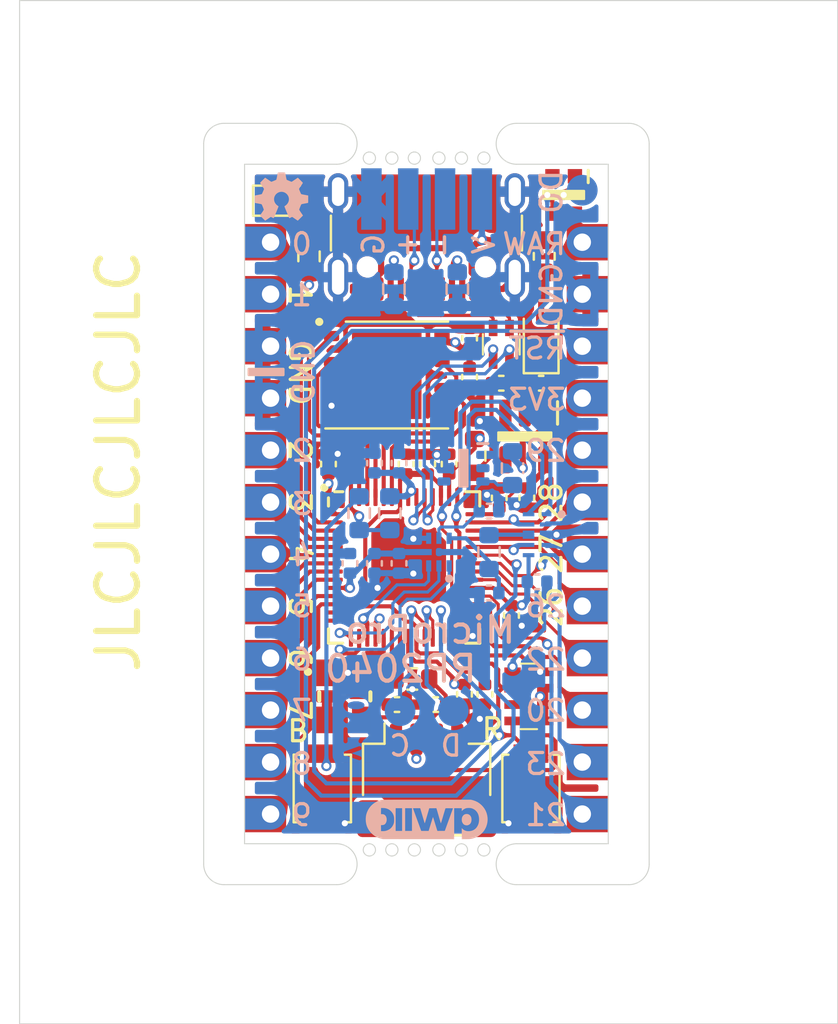
<source format=kicad_pcb>
(kicad_pcb (version 20240108) (generator "pcbnew") (generator_version "8.0")
  (title_block (date "2024-10-04") (rev "1.0"))
  (layers (0 "F.Cu" signal) (1 "In1.Cu" power) (2 "In2.Cu" power) (31 "B.Cu" signal) (34 "B.Paste" user) (35 "F.Paste" user) (36 "B.SilkS" user "B.Silkscreen") (37 "F.SilkS" user "F.Silkscreen") (38 "B.Mask" user) (39 "F.Mask" user) (44 "Edge.Cuts" user))
  (net 0 "")
  (net 1 "RAW")
  (net 2 "GND")
  (net 3 "+3V3")
  (net 4 "Net-(D1-A)")
  (net 5 "25{slash}WS2812-DI")
  (net 6 "VBUS")
  (net 7 "QSPI-CS")
  (net 8 "BOOT")
  (net 9 "~{RESET}")
  (net 10 "QSPI-0")
  (net 11 "QSPI-1")
  (net 12 "6")
  (net 13 "7")
  (net 14 "QSPI-CLK")
  (net 15 "5")
  (net 16 "QSPI-3")
  (net 17 "QSPI-2")
  (net 18 "2")
  (net 19 "4")
  (net 20 "3")
  (net 21 "Net-(D3-DOUT)")
  (net 24 "Net-(U1-XIN)")
  (net 25 "Net-(U1-XOUT)")
  (net 26 "28")
  (net 27 "29")
  (net 28 "26")
  (net 29 "27")
  (net 30 "+1V1")
  (net 31 "Net-(J1-CC1)")
  (net 32 "Net-(J1-CC2)")
  (net 33 "/usb-")
  (net 34 "20")
  (net 35 "23")
  (net 36 "0")
  (net 37 "21")
  (net 38 "22")
  (net 39 "8")
  (net 40 "9")
  (net 41 "1")
  (net 42 "Net-(U1-SWCLK)")
  (net 43 "/D-")
  (net 44 "/D+")
  (net 45 "Net-(C2-Pad2)")
  (net 46 "Net-(U1-SWD)")
  (net 47 "Net-(U1-ADC_AVDD)")
  (net 48 "Net-(U6-AVDD)")
  (net 49 "Ana")
  (net 50 "15{slash}MOSI")
  (net 51 "16")
  (net 52 "12{slash}MISO")
  (net 53 "14{slash}SCK")
  (net 54 "13{slash}CS")
  (net 55 "17")
  (net 60 "24{slash}EN")
  (net 61 "19{slash}A1")
  (net 63 "18{slash}A0")
  (net 64 "Net-(D2-A)")
  (net 65 "Net-(U5-D)")
  (net 66 "/usb+")
  (footprint "Capacitor_SMD:C_0402_1005Metric" (layer "F.Cu") (at 117.9 114.65 90)
    (property "Reference" "C11" (hide yes))
    (property "Value" "100n")
  )
  (footprint "Connector_USB:USB_C_Receptacle_GCT_USB4105-xx-A_16P_TopMnt_Horizontal" (layer "F.Cu") (at 118.89 102.413 180)
    (property "Reference" "J1" (hide yes))
    (property "Value" "USB_C_Receptacle_USB2.0_16P")
  )
  (footprint "Capacitor_SMD:C_0402_1005Metric" (layer "F.Cu") (at 121 108.5 90)
    (property "Reference" "C18" (hide yes))
    (property "Value" "100n")
  )
  (footprint "Capacitor_SMD:C_0402_1005Metric" (layer "F.Cu") (at 117.45 126.4 180)
    (property "Reference" "C1" (hide yes))
    (property "Value" "15p")
  )
  (footprint "Package_SON:WSON-8-1EP_6x5mm_P1.27mm_EP3.4x4.3mm" (layer "F.Cu") (at 116.95 110.3)
    (property "Reference" "U3" (hide yes))
    (property "Value" "W25Q128JV")
  )
  (footprint "Capacitor_SMD:C_0402_1005Metric" (layer "F.Cu") (at 121 110.4 -90)
    (property "Reference" "C17" (hide yes))
    (property "Value" "2.2u")
  )
  (footprint "LED_SMD:LED_0603_1608Metric" (layer "F.Cu") (at 111.9 101.78)
    (property "Reference" "D2" (hide yes))
    (property "Value" "RED")
  )
  (footprint "Capacitor_SMD:C_0402_1005Metric" (layer "F.Cu") (at 114.1 114.65 90)
    (property "Reference" "C5" (hide yes))
    (property "Value" "100n")
  )
  (footprint "Resistor_SMD:R_0603_1608Metric" (layer "F.Cu") (at 118.2 125.15 180)
    (property "Reference" "R2" (hide yes))
    (property "Value" "1k")
  )
  (footprint "Capacitor_SMD:C_0402_1005Metric" (layer "F.Cu") (at 124.5 110.7 180)
    (property "Reference" "C15" (hide yes))
    (property "Value" "2.2u")
  )
  (footprint "Connector_JST:JST_SH_SM04B-SRSS-TB_1x04-1MP_P1.00mm_Horizontal" (layer "F.Cu") (at 118.9 130.1)
    (property "Reference" "J2" (hide yes))
    (property "Value" "Qwiic")
  )
  (footprint "Capacitor_SMD:C_0402_1005Metric" (layer "F.Cu") (at 119.35 126.4)
    (property "Reference" "C2" (hide yes))
    (property "Value" "15p")
  )
  (footprint "LED_SMD:LED_WS2812B-2020_PLCC4_2.0x2.0mm" (layer "F.Cu") (at 125.6 101.5 -90)
    (property "Reference" "D3" (hide yes))
    (property "Value" "WS2812B-2020")
  )
  (footprint "Resistor_SMD:R_0603_1608Metric" (layer "F.Cu") (at 113.15 104.5 90)
    (property "Reference" "R3" (hide yes))
    (property "Value" "10k")
  )
  (footprint "Package_TO_SOT_SMD:SOT-23-5" (layer "F.Cu") (at 123.7 113.3 -90)
    (property "Reference" "U2" (hide yes))
    (property "Value" "AP2112K-3.3")
  )
  (footprint "Capacitor_SMD:C_0402_1005Metric" (layer "F.Cu") (at 123.05 122.05 -90)
    (property "Reference" "C8" (hide yes))
    (property "Value" "100n")
  )
  (footprint "MicroPro:12x2 through hole" (layer "F.Cu") (at 110 98.73)
    (property "Reference" "J3" (hide yes))
    (property "Value" "Conn_02x12_Counter_Clockwise")
  )
  (footprint "Capacitor_SMD:C_0402_1005Metric" (layer "F.Cu") (at 120 114.65 90)
    (property "Reference" "C10" (hide yes))
    (property "Value" "2.2u")
  )
  (footprint "MicroPro:ABM8272T3" (layer "F.Cu") (at 114.9 126 -90)
    (property "Reference" "Y1" (hide yes))
    (property "Value" "ABM8-272-T3" (hide yes))
  )
  (footprint "Capacitor_SMD:C_0402_1005Metric" (layer "F.Cu") (at 120.75 125.9 -90)
    (property "Reference" "C7" (hide yes))
    (property "Value" "100n")
  )
  (footprint "Capacitor_SMD:C_0402_1005Metric" (layer "F.Cu") (at 122.55 110.7)
    (property "Reference" "C14" (hide yes))
    (property "Value" "2.2u")
  )
  (footprint "Capacitor_SMD:C_0402_1005Metric" (layer "F.Cu") (at 122.45 116.3 90)
    (property "Reference" "C9" (hide yes))
    (property "Value" "100n")
  )
  (footprint "MicroPro:CAT16104J4LF" (layer "F.Cu") (at 123.9 126 90)
    (property "Reference" "RN2" (hide yes))
    (property "Value" "CAT16-1002F4LF" (hide yes))
  )
  (footprint "Button_Switch_SMD:SW_SPST_B3U-1000P" (layer "F.Cu") (at 113.8 130.5 90)
    (property "Reference" "SW1" (hide yes))
    (property "Value" "Boot")
  )
  (footprint "Button_Switch_SMD:SW_SPST_B3U-1000P" (layer "F.Cu") (at 124 130.5 90)
    (property "Reference" "SW2" (hide yes))
    (property "Value" "Reset")
  )
  (footprint "MicroPro:EXBV4V" (layer "F.Cu") (at 122.55 108.8)
    (property "Reference" "RN1" (hide yes))
    (property "Value" "EXB-V4V270JV")
  )
  (footprint "Capacitor_SMD:C_0402_1005Metric" (layer "F.Cu") (at 121.75 125.9 -90)
    (property "Reference" "C12" (hide yes))
    (property "Value" "100n")
  )
  (footprint "Capacitor_SMD:C_0402_1005Metric" (layer "F.Cu") (at 118.95 114.65 90)
    (property "Reference" "C13" (hide yes))
    (property "Value" "2.2u")
  )
  (footprint "Resistor_SMD:R_0603_1608Metric" (layer "F.Cu") (at 121.25 114.25 -90)
    (property "Reference" "R1" (hide yes))
    (property "Value" "200")
  )
  (footprint "Diode_SMD:D_SOD-323F" (layer "F.Cu") (at 124.5 108.6 90)
    (property "Reference" "D1" (hide yes))
    (property "Value" "PMEG2005EJ")
  )
  (footprint "Capacitor_SMD:C_0402_1005Metric" (layer "F.Cu") (at 123.8 116.3 -90)
    (property "Reference" "C16" (hide yes))
    (property "Value" "2.2u")
  )
  (footprint "Fuse:Fuse_0603_1608Metric" (layer "F.Cu") (at 124.65 104.5 -90)
    (property "Reference" "F1" (hide yes))
    (property "Value" "6V 0.5A")
  )
  (footprint "Package_DFN_QFN:QFN-56-1EP_7x7mm_P0.4mm_EP3.2x3.2mm" (layer "F.Cu") (at 117.8 119.7)
    (property "Reference" "U1" (hide yes))
    (property "Value" "RP2040")
  )
  (footprint "Capacitor_SMD:C_0402_1005Metric" (layer "B.Cu") (at 116.35 119.5 -90)
    (property "Reference" "C22" (hide yes))
    (property "Value" "2.2u")
  )
  (footprint "Resistor_SMD:R_0603_1608Metric" (layer "B.Cu") (at 115.6 117.05 -90)
    (property "Reference" "R4" (hide yes))
    (property "Value" "1k")
  )
  (footprint "Resistor_SMD:R_0603_1608Metric" (layer "B.Cu") (at 121.95 118.95 -90)
    (property "Reference" "R9" (hide yes))
    (property "Value" "24.9")
  )
  (footprint "Resistor_SMD:R_0603_1608Metric" (layer "B.Cu") (at 117.1 117.05 -90)
    (property "Reference" "R5" (hide yes))
    (property "Value" "10k")
  )
  (footprint "Resistor_SMD:R_0603_1608Metric" (layer "B.Cu") (at 117.3 106.1 -90)
    (property "Reference" "R6" (hide yes))
    (property "Value" "5.1k")
  )
  (footprint "Capacitor_SMD:C_0402_1005Metric" (layer "B.Cu") (at 117.55 114.6 90)
    (property "Reference" "C4" (hide yes))
    (property "Value" "100n")
  )
  (footprint "Capacitor_SMD:C_0402_1005Metric" (layer "B.Cu") (at 124.3 120.4)
    (property "Reference" "C20" (hide yes))
    (property "Value" "100n")
  )
  (footprint "Capacitor_SMD:C_0402_1005Metric" (layer "B.Cu") (at 121.95 116.95)
    (property "Reference" "C24" (hide yes))
    (property "Value" "2.2u")
  )
  (footprint "TestPoint:TestPoint_Pad_D1.5mm" (layer "B.Cu") (at 120.2 126.7 180)
    (property "Reference" "TP2" (hide yes))
    (property "Value" "TestPoint_Small")
  )
  (footprint "Resistor_SMD:R_0603_1608Metric" (layer "B.Cu") (at 123.1 114.85 -90)
    (property "Reference" "R8" (hide yes))
    (property "Value" "1.47k")
  )
  (footprint "Capacitor_SMD:C_0402_1005Metric" (layer "B.Cu") (at 121.95 120.95 180)
    (property "Reference" "C21" (hide yes))
    (property "Value" "1.5n")
  )
  (footprint "MicroPro:ADS7056IRUGR" (layer "B.Cu") (at 119.5 118.95 90)
    (property "Reference" "U6" (hide yes))
    (property "Value" "ADS7042IRUGR" (hide yes))
  )
  (footprint "Resistor_SMD:R_0603_1608Metric" (layer "B.Cu") (at 120.4 106.1 -90)
    (property "Reference" "R7" (hide yes))
    (property "Value" "5.1k")
  )
  (footprint "MicroPro:open-source-hardware-logo-no-text" (layer "B.Cu") (at 111.8 101.6 180)
    (property "Reference" "G***" (hide yes))
    (property "Value" "LOGO" (hide yes))
  )
  (footprint "TestPoint:TestPoint_Pad_D1.5mm" (layer "B.Cu") (at 126.51 101.27 180)
    (property "Reference" "TP3" (hide yes))
    (property "Value" "TestPoint_Small")
  )
  (footprint "MicroPro:TMUX1204DQAR" (layer "B.Cu") (at 124.3 118.1 180)
    (property "Reference" "U5" (hide yes))
    (property "Value" "TMUX1204DQAR" (hide yes))
  )
  (footprint "TestPoint:TestPoint_Pad_D1.5mm" (layer "B.Cu") (at 117.6 126.7 180)
    (property "Reference" "TP1" (hide yes))
    (property "Value" "TestPoint_Small")
  )
  (footprint "MicroPro:qwiic_6mm" (layer "B.Cu") (at 118.9 132 180)
    (property "Reference" "G***" (hide yes))
    (property "Value" "LOGO" (hide yes))
  )
  (footprint "MicroPro:USB pad" (layer "B.Cu") (at 118.9 100.2 180)
    (property "Reference" "J4" (hide yes))
    (property "Value" "Conn_01x04")
  )
  (footprint "Capacitor_SMD:C_0402_1005Metric" (layer "B.Cu") (at 116.35 114.6 90)
    (property "Reference" "C3" (hide yes))
    (property "Value" "100n")
  )
  (footprint "Capacitor_SMD:C_0402_1005Metric" (layer "B.Cu") (at 117.55 119.5 -90)
    (property "Reference" "C23" (hide yes))
    (property "Value" "100n")
  )
  (footprint "Capacitor_SMD:C_0402_1005Metric" (layer "B.Cu") (at 115.15 119.5 90)
    (property "Reference" "C6" (hide yes))
    (property "Value" "100n")
  )
  (footprint "Package_TO_SOT_SMD:SOT-353_SC-70-5" (layer "B.Cu") (at 120.7 114.85 180)
    (property "Reference" "U7" (hide yes))
    (property "Value" "LM4040DCK-3")
  )
  (gr_rect (start 117.7 131.4) (end 117.85 132.6) (fill solid) (layer "B.SilkS"))
  (gr_rect (start 110.2 110) (end 111.9 110.3) (stroke (width 0.1)) (fill solid) (layer "B.SilkS"))
  (gr_rect (start 110.2 110) (end 111.9 110.3) (stroke (width 0.1)) (fill solid) (layer "F.SilkS"))
  (gr_line (start 127.78 100) (end 123.3 100) (stroke (width 0.05)) (layer "Edge.Cuts"))
  (gr_line (start 110 100) (end 114.5 100) (stroke (width 0.05)) (layer "Edge.Cuts"))
  (gr_rect (start 99 92) (end 139 142) (stroke (width 0.05)) (fill none) (layer "Edge.Cuts"))
  (gr_line (start 127.78 133.2) (end 123.3 133.2) (stroke (width 0.05)) (layer "Edge.Cuts"))
  (gr_line (start 128.78 135.2) (end 123.3 135.2) (stroke (width 0.05)) (layer "Edge.Cuts"))
  (gr_circle (center 120.6 133.5) (end 120.9 133.5) (stroke (width 0.05)) (fill none) (layer "Edge.Cuts"))
  (gr_line (start 110 133.2) (end 114.5 133.2) (stroke (width 0.05)) (layer "Edge.Cuts"))
  (gr_circle (center 120.6 99.7) (end 120.9 99.7) (stroke (width 0.05)) (fill none) (layer "Edge.Cuts"))
  (gr_circle (center 117.2 133.5) (end 117.5 133.5) (stroke (width 0.05)) (fill none) (layer "Edge.Cuts"))
  (gr_line (start 110 100) (end 110 133.2) (stroke (width 0.05)) (layer "Edge.Cuts"))
  (gr_circle (center 116.1 99.7) (end 115.8 99.7) (stroke (width 0.05)) (fill none) (layer "Edge.Cuts"))
  (gr_line (start 127.78 100) (end 127.78 133.2) (stroke (width 0.05)) (layer "Edge.Cuts"))
  (gr_arc (start 108 99) (mid 108.292893 98.292893) (end 109 98) (stroke (width 0.05)) (layer "Edge.Cuts"))
  (gr_arc (start 109 135.2) (mid 108.292893 134.907107) (end 108 134.2) (stroke (width 0.05)) (layer "Edge.Cuts"))
  (gr_circle (center 119.5 133.5) (end 119.8 133.5) (stroke (width 0.05)) (fill none) (layer "Edge.Cuts"))
  (gr_circle (center 117.2 99.7) (end 116.9 99.7) (stroke (width 0.05)) (fill none) (layer "Edge.Cuts"))
  (gr_arc (start 123.3 135.2) (mid 122.3 134.2) (end 123.3 133.2) (stroke (width 0.05)) (layer "Edge.Cuts"))
  (gr_arc (start 129.78 134.2) (mid 129.487107 134.907107) (end 128.78 135.2) (stroke (width 0.05)) (layer "Edge.Cuts"))
  (gr_circle (center 119.5 99.7) (end 119.2 99.7) (stroke (width 0.05)) (fill none) (layer "Edge.Cuts"))
  (gr_circle (center 116.1 133.5) (end 116.4 133.5) (stroke (width 0.05)) (fill none) (layer "Edge.Cuts"))
  (gr_arc (start 123.3 100) (mid 122.3 99) (end 123.3 98) (stroke (width 0.05)) (layer "Edge.Cuts"))
  (gr_circle (center 121.7 99.7) (end 122 99.7) (stroke (width 0.05)) (fill none) (layer "Edge.Cuts"))
  (gr_line (start 109 98) (end 114.5 98) (stroke (width 0.05)) (layer "Edge.Cuts"))
  (gr_line (start 108 99) (end 108 134.2) (stroke (width 0.05)) (layer "Edge.Cuts"))
  (gr_circle (center 121.7 133.5) (end 122 133.5) (stroke (width 0.05)) (fill none) (layer "Edge.Cuts"))
  (gr_line (start 128.78 98) (end 123.3 98) (stroke (width 0.05)) (layer "Edge.Cuts"))
  (gr_circle (center 118.3 133.5) (end 118.6 133.5) (stroke (width 0.05)) (fill none) (layer "Edge.Cuts"))
  (gr_arc (start 114.5 133.2) (mid 115.5 134.2) (end 114.5 135.2) (stroke (width 0.05)) (layer "Edge.Cuts"))
  (gr_arc (start 128.78 98) (mid 129.487107 98.292893) (end 129.78 99) (stroke (width 0.05)) (layer "Edge.Cuts"))
  (gr_arc (start 114.5 98) (mid 115.5 99) (end 114.5 100) (stroke (width 0.05)) (layer "Edge.Cuts"))
  (gr_line (start 129.78 99) (end 129.78 134.2) (stroke (width 0.05)) (layer "Edge.Cuts"))
  (gr_circle (center 118.3 99.7) (end 118.6 99.7) (stroke (width 0.05)) (fill none) (layer "Edge.Cuts"))
  (gr_line (start 109 135.2) (end 114.5 135.2) (stroke (width 0.05)) (layer "Edge.Cuts"))
  (gr_text "v1.0" (at 114.8 129.3 270) (layer "B.Cu" knockout) (effects (font (size 1.025 1.025) (thickness 0.2) (bold yes)) (justify left bottom mirror)))
  (gr_text "9" (at 112.2 132.4 0) (layer "B.SilkS") (effects (font (size 1.025 1.025) (thickness 0.16)) (justify right bottom mirror)))
  (gr_text "21" (at 125.8 132.4 0) (layer "B.SilkS") (effects (font (size 1.025 1.025) (thickness 0.16)) (justify left bottom mirror)))
  (gr_text "+" (at 118.5 103.2 90) (layer "B.SilkS") (effects (font (size 1.025 1.025) (thickness 0.16)) (justify left bottom mirror)))
  (gr_text "4" (at 112.2 119.7 0) (layer "B.SilkS") (effects (font (size 1.025 1.025) (thickness 0.16)) (justify right bottom mirror)))
  (gr_text "2" (at 112.2 114.6 0) (layer "B.SilkS") (effects (font (size 1.025 1.025) (thickness 0.16)) (justify right bottom mirror)))
  (gr_text "0" (at 112.2 104.5 0) (layer "B.SilkS") (effects (font (size 1.025 1.025) (thickness 0.16)) (justify right bottom mirror)))
  (gr_text "5" (at 112.2 122.2 0) (layer "B.SilkS") (effects (font (size 1.025 1.025) (thickness 0.16)) (justify right bottom mirror)))
  (gr_text "D" (at 120.7 129 0) (layer "B.SilkS") (effects (font (size 1 1) (thickness 0.16)) (justify left bottom mirror)))
  (gr_text "6" (at 112.2 124.8 0) (layer "B.SilkS") (effects (font (size 1.025 1.025) (thickness 0.16)) (justify right bottom mirror)))
  (gr_text "26" (at 125.8 122.2 0) (layer "B.SilkS") (effects (font (size 1.025 1.025) (thickness 0.16)) (justify left bottom mirror)))
  (gr_text "V" (at 122.3 103.4 90) (layer "B.SilkS") (effects (font (size 1.025 1.025) (thickness 0.16)) (justify left bottom mirror)))
  (gr_text "3" (at 112.2 117.2 0) (layer "B.SilkS") (effects (font (size 1.025 1.025) (thickness 0.16)) (justify right bottom mirror)))
  (gr_text "1" (at 112.2 107 0) (layer "B.SilkS") (effects (font (size 1.025 1.025) (thickness 0.16)) (justify right bottom mirror)))
  (gr_text "G" (at 116.9 103.3 90) (layer "B.SilkS") (effects (font (size 1.025 1.025) (thickness 0.16)) (justify left bottom mirror)))
  (gr_text "C" (at 118.2 129 0) (layer "B.SilkS") (effects (font (size 1 1) (thickness 0.16)) (justify left bottom mirror)))
  (gr_text "GND" (at 112.2 111.8 270) (layer "B.SilkS") (effects (font (size 1.025 1.025) (thickness 0.16)) (justify left bottom mirror)))
  (gr_text "23" (at 125.8 129.9 0) (layer "B.SilkS") (effects (font (size 1.025 1.025) (thickness 0.16)) (justify left bottom mirror)))
  (gr_text "7" (at 112.2 127.3 0) (layer "B.SilkS") (effects (font (size 1.025 1.025) (thickness 0.16)) (justify right bottom mirror)))
  (gr_text "8" (at 112.2 129.9 0) (layer "B.SilkS") (effects (font (size 1.025 1.025) (thickness 0.16)) (justify right bottom mirror)))
  (gr_text "29" (at 125.8 114.6 0) (layer "B.SilkS") (effects (font (size 1.025 1.025) (thickness 0.16)) (justify left bottom mirror)))
  (gr_text "RAW" (at 125.8 104.5 0) (layer "B.SilkS") (effects (font (size 1.025 1.025) (thickness 0.16)) (justify left bottom mirror)))
  (gr_text "22" (at 125.8 124.8 0) (layer "B.SilkS") (effects (font (size 1.025 1.025) (thickness 0.16)) (justify left bottom mirror)))
  (gr_text "DO" (at 125.6 100.2 90) (layer "B.SilkS") (effects (font (size 1.025 1.025) (thickness 0.16)) (justify left bottom mirror)))
  (gr_text "GND" (at 125.6 104.7 90) (layer "B.SilkS") (effects (font (size 1.025 1.025) (thickness 0.16)) (justify left bottom mirror)))
  (gr_text "MicroPro" (at 123.35 123.5 0) (layer "B.SilkS") (effects (font (size 1.27 1.27) (thickness 0.2)) (justify left bottom mirror)))
  (gr_text "RP2040" (at 121.45 125.4 0) (layer "B.SilkS") (effects (font (size 1.27 1.27) (thickness 0.2)) (justify left bottom mirror)))
  (gr_text "3V3" (at 125.8 112.1 0) (layer "B.SilkS") (effects (font (size 1.025 1.025) (thickness 0.16)) (justify left bottom mirror)))
  (gr_text "-" (at 120.3 103.2 90) (layer "B.SilkS") (effects (font (size 1.025 1.025) (thickness 0.16)) (justify left bottom mirror)))
  (gr_text "~{RST}" (at 125.8 109.6 0) (layer "B.SilkS") (effects (font (size 1.025 1.025) (thickness 0.16)) (justify left bottom mirror)))
  (gr_text "20" (at 125.8 127.3 0) (layer "B.SilkS") (effects (font (size 1.025 1.025) (thickness 0.16)) (justify left bottom mirror)))
  (gr_text "GND" (at 112.1 108.55 270) (layer "F.SilkS") (effects (font (size 1.025 1.025) (thickness 0.16)) (justify left bottom)))
  (gr_text "R" (at 121.5 128.2 0) (layer "F.SilkS") (effects (font (size 1.025 1.025) (thickness 0.16)) (justify left bottom)))
  (gr_text "28" (at 125.6 117.6 90) (layer "F.SilkS") (effects (font (size 1.025 1.025) (thickness 0.16)) (justify left bottom)))
  (gr_text "2  3  4  5  6  7" (at 112.1 113.4 270) (layer "F.SilkS") (effects (font (size 1.025 1.025) (thickness 0.16)) (justify left bottom)))
  (gr_text "26" (at 125.6 122.7 90) (layer "F.SilkS") (effects (font (size 1.025 1.025) (thickness 0.16)) (justify left bottom)))
  (gr_text "1" (at 112.1 105.8 270) (layer "F.SilkS") (effects (font (size 1.025 1.025) (thickness 0.16)) (justify left bottom)))
  (gr_text "JLCJLCJLCJLC" (at 105 125 90) (layer "F.SilkS") (effects (font (size 2 2) (thickness 0.3)) (justify left bottom)))
  (gr_text "B" (at 112 128.3 0) (layer "F.SilkS") (effects (font (size 1.025 1.025) (thickness 0.16)) (justify left bottom)))
  (gr_text "27" (at 125.6 120.1 90) (layer "F.SilkS") (effects (font (size 1.025 1.025) (thickness 0.16)) (justify left bottom)))
  (segment (start 124.5 109.7) (end 124.98 110.18) (width 0.3) (layer "F.Cu") (net 1))
  (segment (start 122.75 112.824999) (end 123.125001 113.2) (width 0.3) (layer "F.Cu") (net 1))
  (segment (start 125.448 108.752) (end 125.448 108.75) (width 0.2) (layer "F.Cu") (net 1))
  (segment (start 124.5 109.7) (end 125.448 108.752) (width 0.2) (layer "F.Cu") (net 1))
  (segment (start 123.6 113.2) (end 124.274999 113.2) (width 0.3) (layer "F.Cu") (net 1))
  (segment (start 124.65 111.03) (end 124.98 110.7) (width 0.3) (layer "F.Cu") (net 1))
  (segment (start 123.6 114.85) (end 123.6 113.2) (width 0.3) (layer "F.Cu") (net 1))
  (segment (start 124.65 112.824999) (end 124.65 112.1625) (width 0.3) (layer "F.Cu") (net 1))
  (segment (start 125.448 108.75) (end 125.448 104.872) (width 0.2) (layer "F.Cu") (net 1))
  (segment (start 122.75 112.1625) (end 122.75 112.824999) (width 0.3) (layer "F.Cu") (net 1))
  (segment (start 124.98 110.18) (end 124.98 110.7) (width 0.3) (layer "F.Cu") (net 1))
  (segment (start 123.125001 113.2) (end 123.6 113.2) (width 0.3) (layer "F.Cu") (net 1))
  (segment (start 126.15 102.415) (end 126.15 103.45) (width 0.3) (layer "F.Cu") (net 1))
  (segment (start 125.448 104.872) (end 126.51 103.81) (width 0.2) (layer "F.Cu") (net 1))
  (segment (start 124.65 112.1625) (end 124.65 111.03) (width 0.3) (layer "F.Cu") (net 1))
  (segment (start 124.274999 113.2) (end 124.65 112.824999) (width 0.3) (layer "F.Cu") (net 1))
  (via (at 123.6 114.85) (size 0.5) (drill 0.3) (layers "F.Cu" "B.Cu") (net 1))
  (segment (start 123.1 114.025) (end 123.1 114.35) (width 0.3) (layer "B.Cu") (net 1))
  (segment (start 123.1 114.35) (end 123.6 114.85) (width 0.3) (layer "B.Cu") (net 1))
  (segment (start 115.775 124.325) (end 116.2 123.9) (width 0.3) (layer "F.Cu") (net 2))
  (segment (start 123.7 112.1625) (end 123.7 111.02) (width 0.3) (layer "F.Cu") (net 2))
  (segment (start 122.635 106.093) (end 123.21 105.518) (width 0.3) (layer "F.Cu") (net 2))
  (segment (start 122.09 106.093) (end 122.635 106.093) (width 0.3) (layer "F.Cu") (net 2))
  (segment (start 115.775 124.85) (end 115.775 124.325) (width 0.3) (layer "F.Cu") (net 2))
  (segment (start 123.7 111.02) (end 124.02 110.7) (width 0.3) (layer "F.Cu") (net 2))
  (via (at 114.9 132.2) (size 0.5) (drill 0.3) (layers "F.Cu" "B.Cu") (net 2))
  (via (at 114.25 111.8) (size 0.5) (drill 0.3) (layers "F.Cu" "B.Cu") (net 2))
  (via (at 114.55 114.15) (size 0.5) (drill 0.3) (layers "F.Cu" "B.Cu") (net 2))
  (via (at 123.3 116.65) (size 0.5) (drill 0.3) (layers "F.Cu" "B.Cu") (net 2))
  (via (at 119.4 114.2) (size 0.5) (drill 0.3) (layers "F.Cu" "B.Cu") (net 2))
  (via (at 115.05 124.85) (size 0.5) (drill 0.3) (layers "F.Cu" "B.Cu") (net 2))
  (via (at 118.2 125.65) (size 0.5) (drill 0.3) (layers "F.Cu" "B.Cu") (net 2))
  (via (at 116.5 120.7) (size 0.5) (drill 0.3) (layers "F.Cu" "B.Cu") (net 2))
  (via (at 121.5 112.55) (size 0.5) (drill 0.3) (layers "F.Cu" "B.Cu") (net 2))
  (via (at 125.25 118.1) (size 0.5) (drill 0.3) (layers "F.Cu" "B.Cu") (net 2))
  (via (at 121.15 123.05) (size 0.5) (drill 0.3) (layers "F.Cu" "B.Cu") (net 2))
  (via (at 121.85 116.15) (size 0.5) (drill 0.3) (layers "F.Cu" "B.Cu") (net 2))
  (via (at 122.9 132.2) (size 0.5) (drill 0.3) (layers "F.Cu" "B.Cu") (net 2))
  (via (at 118.25 118.3) (size 0.5) (drill 0.3) (layers "F.Cu" "B.Cu") (net 2))
  (via (at 124.45 124.8) (size 0.5) (drill 0.3) (layers "F.Cu" "B.Cu") (net 2))
  (via (at 123.55 122.55) (size 0.5) (drill 0.3) (layers "F.Cu" "B.Cu") (net 2))
  (via (at 118.25 120) (size 0.5) (drill 0.3) (layers "F.Cu" "B.Cu") (net 2))
  (via (at 121.5 127.1) (size 0.5) (drill 0.3) (layers "F.Cu" "B.Cu") (net 2))
  (segment (start 124.717 118.1) (end 125.25 118.1) (width 0.3) (layer "B.Cu") (net 2))
  (segment (start 116.35 119.98) (end 117.55 119.98) (width 0.3) (layer "B.Cu") (net 2))
  (segment (start 120 115.13) (end 120 116.2625) (width 0.2) (layer "F.Cu") (net 3))
  (segment (start 119.955 108.7) (end 119.65 108.395) (width 0.3) (layer "F.Cu") (net 3))
  (segment (start 120.25 125.4) (end 120.73 125.4) (width 0.3) (layer "F.Cu") (net 3))
  (segment (start 114.1 116.7875) (end 114.3625 117.05) (width 0.3) (layer "F.Cu") (net 3))
  (segment (start 120.3 108.7) (end 119.955 108.7) (width 0.3) (layer "F.Cu") (net 3))
  (segment (start 114.1 115.6) (end 114.1 115.13) (width 0.3) (layer "F.Cu") (net 3))
  (segment (start 118 123.95) (end 118.35 124.3) (width 0.2) (layer "F.Cu") (net 3))
  (segment (start 114.3625 120.7) (end 115.15 120.7) (width 0.2) (layer "F.Cu") (net 3))
  (segment (start 122.23 117.1) (end 122.45 116.88) (width 0.2) (layer "F.Cu") (net 3))
  (segment (start 124.65 113.544) (end 124.65 114.4375) (width 0.3) (layer "F.Cu") (net 3))
  (segment (start 118 123.1375) (end 118 123.95) (width 0.2) (layer "F.Cu") (net 3))
  (segment (start 119.4 124.3) (end 120.25 125.15) (width 0.2) (layer "F.Cu") (net 3))
  (segment (start 121.2375 117.1) (end 122.23 117.1) (width 0.2) (layer "F.Cu") (net 3))
  (segment (start 124.65 113.544) (end 126.51 111.684) (width 0.3) (layer "F.Cu") (net 3))
  (segment (start 120 115.13) (end 121.25 113.88) (width 0.2) (layer "F.Cu") (net 3))
  (segment (start 122.45 116.72078) (end 123.35078 115.82) (width 0.15) (layer "F.Cu") (net 3))
  (segment (start 118.4 128.1) (end 118.4 129.05) (width 0.3) (layer "F.Cu") (net 3))
  (segment (start 114.1 115.6) (end 114.1 116.7875) (width 0.3) (layer "F.Cu") (net 3))
  (segment (start 113.15 105.325) (end 113.15 105.9) (width 0.3) (layer "F.Cu") (net 3))
  (segment (start 121 108.98) (end 121 109.92) (width 0.3) (layer "F.Cu") (net 3))
  (segment (start 124.7 125.6) (end 124.7 127.2) (width 0.3) (layer "F.Cu") (net 3))
  (segment (start 118.35 124.3) (end 119.4 124.3) (width 0.2) (layer "F.Cu") (net 3))
  (segment (start 124.65 114.4375) (end 124.65 114.97) (width 0.3) (layer "F.Cu") (net 3))
  (segment (start 122.15 120.7) (end 123.02 121.57) (width 0.2) (layer "F.Cu") (net 3))
  (segment (start 123.35078 115.82) (end 123.8 115.82) (width 0.15) (layer "F.Cu") (net 3))
  (segment (start 121 108.98) (end 120.58 108.98) (width 0.3) (layer "F.Cu") (net 3))
  (segment (start 120.58 108.98) (end 120.3 108.7) (width 0.3) (layer "F.Cu") (net 3))
  (segment (start 124.65 114.97) (end 123.8 115.82) (width 0.3) (layer "F.Cu") (net 3))
  (segment (start 121.25 113.88) (end 121.25 113.425) (width 0.2) (layer "F.Cu") (net 3))
  (segment (start 120.25 125.15) (end 120.25 125.4) (width 0.2) (layer "F.Cu") (net 3))
  (segment (start 122.15 120.7) (end 121.2375 120.7) (width 0.2) (layer "F.Cu") (net 3))
  (via (at 113.15 105.9) (size 0.5) (drill 0.3) (layers "F.Cu" "B.Cu") (net 3))
  (via (at 114.1 115.6) (size 0.5) (drill 0.3) (layers "F.Cu" "B.Cu") (net 3))
  (via (at 115.15 120.7) (size 0.5) (drill 0.3) (layers "F.Cu" "B.Cu") (net 3))
  (via (at 118.4 129.05) (size 0.5) (drill 0.3) (layers "F.Cu" "B.Cu") (net 3))
  (via (at 124.45 126) (size 0.5) (drill 0.3) (layers "F.Cu" "B.Cu") (net 3))
  (via (at 118.15 115.95) (size 0.5) (drill 0.3) (layers "F.Cu" "B.Cu") (net 3))
  (via (at 120.25 125.4) (size 0.5) (drill 0.3) (layers "F.Cu" "B.Cu") (net 3))
  (via (at 121.5 113.4) (size 0.5) (drill 0.3) (layers "F.Cu" "B.Cu") (net 3))
  (via (at 123.55 121.55) (size 0.5) (drill 0.3) (layers "F.Cu" "B.Cu") (net 3))
  (via (at 120.3 108.7) (size 0.5) (drill 0.3) (layers "F.Cu" "B.Cu") (net 3))
  (segment (start 118.15 115.68) (end 117.55 115.08) (width 0.3) (layer "B.Cu") (net 3))
  (segment (start 123.82 120.4) (end 123.82 121.28) (width 0.3) (layer "B.Cu") (net 3))
  (segment (start 117.62 118.95) (end 118.85 118.95) (width 0.3) (layer "B.Cu") (net 3))
  (segment (start 117.875 116.225) (end 118.15 115.95) (width 0.3) (layer "B.Cu") (net 3))
  (segment (start 116.35 115.08) (end 117.55 115.08) (width 0.3) (layer "B.Cu") (net 3))
  (segment (start 123.82 121.28) (end 123.55 121.55) (width 0.3) (layer "B.Cu") (net 3))
  (segment (start 115.15 119.98) (end 115.343154 119.98) (width 0.3) (layer "B.Cu") (net 3))
  (segment (start 118.15 115.95) (end 118.15 115.68) (width 0.3) (layer "B.Cu") (net 3))
  (segment (start 115.343154 119.98) (end 116.303154 119.02) (width 0.3) (layer "B.Cu") (net 3))
  (segment (start 115.15 119.98) (end 115.15 120.7) (width 0.3) (layer "B.Cu") (net 3))
  (segment (start 116.35 119.02) (end 117.55 119.02) (width 0.3) (layer "B.Cu") (net 3))
  (segment (start 123.883 120.337) (end 123.883 119.1) (width 0.2) (layer "B.Cu") (net 3))
  (segment (start 117.1 116.225) (end 117.875 116.225) (width 0.3) (layer "B.Cu") (net 3))
  (segment (start 124.5 106.6) (end 124.65 106.45) (width 0.3) (layer "F.Cu") (net 4))
  (segment (start 124.65 106.45) (end 124.65 105.2875) (width 0.3) (layer "F.Cu") (net 4))
  (segment (start 124.5 107.5) (end 124.5 106.6) (width 0.3) (layer "F.Cu") (net 4))
  (segment (start 121.2375 119.1) (end 122.6 119.1) (width 0.15) (layer "F.Cu") (net 5))
  (segment (start 125.05 102.415) (end 125.05 101.75) (width 0.2) (layer "F.Cu") (net 5))
  (segment (start 122.6 119.1) (end 123.05 119.55) (width 0.15) (layer "F.Cu") (net 5))
  (segment (start 123.05 119.55) (end 123.3 119.55) (width 0.15) (layer "F.Cu") (net 5))
  (segment (start 125.05 101.75) (end 124.8 101.5) (width 0.2) (layer "F.Cu") (net 5))
  (via (at 124.8 101.5) (size 0.5) (drill 0.3) (layers "F.Cu" "B.Cu") (net 5))
  (via (at 123.3 119.55) (size 0.5) (drill 0.3) (layers "F.Cu" "B.Cu") (net 5))
  (segment (start 123.15 126.6) (end 122.3 125.75) (width 0.2) (layer "B.Cu") (net 5))
  (segment (start 123.24 119.61) (end 123.3 119.55) (width 0.2) (layer "B.Cu") (net 5))
  (segment (start 123.15 128.05) (end 123.15 126.6) (width 0.2) (layer "B.Cu") (net 5))
  (segment (start 122.3 125.75) (end 122.3 122.022182) (width 0.2) (layer "B.Cu") (net 5))
  (segment (start 113 130.1) (end 113.75 130.85) (width 0.2) (layer "B.Cu") (net 5))
  (segment (start 123.76 107.74) (end 115.06 107.74) (width 0.2) (layer "B.Cu") (net 5))
  (segment (start 120.35 130.85) (end 123.15 128.05) (width 0.2) (layer "B.Cu") (net 5))
  (segment (start 122.3 122.022182) (end 123.24 121.082182) (width 0.2) (layer "B.Cu") (net 5))
  (segment (start 113 109.8) (end 113 130.1) (width 0.2) (layer "B.Cu") (net 5))
  (segment (start 123.24 121.082182) (end 123.24 119.61) (width 0.2) (layer "B.Cu") (net 5))
  (segment (start 113.75 130.85) (end 120.35 130.85) (width 0.2) (layer "B.Cu") (net 5))
  (segment (start 115.06 107.74) (end 113 109.8) (width 0.2) (layer "B.Cu") (net 5))
  (segment (start 124.8 106.7) (end 123.76 107.74) (width 0.2) (layer "B.Cu") (net 5))
  (segment (start 124.8 101.5) (end 124.8 106.7) (width 0.2) (layer "B.Cu") (net 5))
  (segment (start 117 104.1) (end 121.1 104.1) (width 0.3) (layer "F.Cu") (net 6))
  (segment (start 116.49 106.093) (end 116.49 105.482594) (width 0.3) (layer "F.Cu") (net 6))
  (segment (start 116.49 105.482594) (end 116.675 105.297594) (width 0.3) (layer "F.Cu") (net 6))
  (segment (start 116.675 104.425) (end 117 104.1) (width 0.3) (layer "F.Cu") (net 6))
  (segment (start 121.1 104.1) (end 121.4875 103.7125) (width 0.3) (layer "F.Cu") (net 6))
  (segment (start 121.1 104.1) (end 121.1 105.292594) (width 0.3) (layer "F.Cu") (net 6))
  (segment (start 121.29 105.482594) (end 121.29 106.093) (width 0.3) (layer "F.Cu") (net 6))
  (segment (start 121.1 105.292594) (end 121.29 105.482594) (width 0.3) (layer "F.Cu") (net 6))
  (segment (start 116.675 105.297594) (end 116.675 104.425) (width 0.3) (layer "F.Cu") (net 6))
  (segment (start 121.4875 103.7125) (end 124.65 103.7125) (width 0.3) (layer "F.Cu") (net 6))
  (via (at 121.6 103.7) (size 0.5) (drill 0.3) (layers "F.Cu" "B.Cu") (net 6))
  (segment (start 121.6 101.7) (end 121.6 103.7) (width 0.3) (layer "B.Cu") (net 6))
  (segment (start 115.2 116.2625) (end 115.2 116.8) (width 0.2) (layer "F.Cu") (net 7))
  (segment (start 115.2 116.2625) (end 115.2 113.65) (width 0.2) (layer "F.Cu") (net 7))
  (segment (start 113.15 109.495) (end 114.25 108.395) (width 0.2) (layer "F.Cu") (net 7))
  (segment (start 114.3 113.25) (end 113.45 113.25) (width 0.2) (layer "F.Cu") (net 7))
  (segment (start 115.2 113.65) (end 115.1 113.55) (width 0.2) (layer "F.Cu") (net 7))
  (segment (start 115.2 116.8) (end 115.6 117.2) (width 0.2) (layer "F.Cu") (net 7))
  (segment (start 115.1 113.55) (end 114.6 113.55) (width 0.2) (layer "F.Cu") (net 7))
  (segment (start 113.15 112.95) (end 113.15 109.495) (width 0.2) (layer "F.Cu") (net 7))
  (segment (start 113.45 113.25) (end 113.15 112.95) (width 0.2) (layer "F.Cu") (net 7))
  (segment (start 114.6 113.55) (end 114.3 113.25) (width 0.2) (layer "F.Cu") (net 7))
  (via (at 115.6 117.2) (size 0.5) (drill 0.3) (layers "F.Cu" "B.Cu") (net 7))
  (segment (start 115.6 117.875) (end 117.1 117.875) (width 0.2) (layer "B.Cu") (net 7))
  (segment (start 115.6 117.2) (end 115.6 117.875) (width 0.2) (layer "B.Cu") (net 7))
  (segment (start 114 129.4) (end 114 129) (width 0.3) (layer "F.Cu") (net 8))
  (via (at 114 129.4) (size 0.5) (drill 0.3) (layers "F.Cu" "B.Cu") (net 8))
  (segment (start 114 117.825) (end 115.6 116.225) (width 0.2) (layer "B.Cu") (net 8))
  (segment (start 114 129.4) (end 114 117.825) (width 0.2) (layer "B.Cu") (net 8))
  (segment (start 119.6 121.8) (end 119.6 123.1375) (width 0.15) (layer "F.Cu") (net 9))
  (segment (start 123.1 127.9) (end 122.45 127.9) (width 0.2) (layer "F.Cu") (net 9))
  (segment (start 123.1 127.2) (end 123.1 127.9) (width 0.2) (layer "F.Cu") (net 9))
  (segment (start 123.1 127.9) (end 124 128.8) (width 0.2) (layer "F.Cu") (net 9))
  (via (at 122.45 127.9) (size 0.5) (drill 0.3) (layers "F.Cu" "B.Cu") (net 9))
  (via (at 119.6 121.8) (size 0.5) (drill 0.3) (layers "F.Cu" "B.Cu") (net 9))
  (segment (start 114 130.25) (end 120.1 130.25) (width 0.2) (layer "B.Cu") (net 9))
  (segment (start 113.4 129.65) (end 114 130.25) (width 0.2) (layer "B.Cu") (net 9))
  (segment (start 120.1 130.25) (end 122.45 127.9) (width 0.2) (layer "B.Cu") (net 9))
  (segment (start 119.6 121.8) (end 119.6 123.85) (width 0.2) (layer "B.Cu") (net 9))
  (segment (start 125.76 108.14) (end 115.26 108.14) (width 0.2) (layer "B.Cu") (net 9))
  (segment (start 115.26 108.14) (end 113.4 110) (width 0.2) (layer "B.Cu") (net 9))
  (segment (start 122.45 126.7) (end 122.45 127.9) (width 0.2) (layer "B.Cu") (net 9))
  (segment (start 113.4 110) (end 113.4 129.65) (width 0.2) (layer "B.Cu") (net 9))
  (segment (start 126.51 108.89) (end 125.76 108.14) (width 0.2) (layer "B.Cu") (net 9))
  (segment (start 119.6 123.85) (end 122.45 126.7) (width 0.2) (layer "B.Cu") (net 9))
  (segment (start 117.15 112.75) (end 119.105 112.75) (width 0.2) (layer "F.Cu") (net 10))
  (segment (start 119.105 112.75) (end 119.65 112.205) (width 0.2) (layer "F.Cu") (net 10))
  (segment (start 116.4 116.2625) (end 116.4 113.5) (width 0.2) (layer "F.Cu") (net 10))
  (segment (start 116.4 113.5) (end 117.15 112.75) (width 0.2) (layer "F.Cu") (net 10))
  (segment (start 115.3 113.15) (end 114.8 113.15) (width 0.2) (layer "F.Cu") (net 11))
  (segment (start 114.45 112.8) (end 113.65 112.8) (width 0.2) (layer "F.Cu") (net 11))
  (segment (start 113.55 110.365) (end 114.25 109.665) (width 0.2) (layer "F.Cu") (net 11))
  (segment (start 113.65 112.8) (end 113.55 112.7) (width 0.2) (layer "F.Cu") (net 11))
  (segment (start 113.55 112.7) (end 113.55 110.365) (width 0.2) (layer "F.Cu") (net 11))
  (segment (start 115.6 116.2625) (end 115.6 113.45) (width 0.2) (layer "F.Cu") (net 11))
  (segment (start 114.8 113.15) (end 114.45 112.8) (width 0.2) (layer "F.Cu") (net 11))
  (segment (start 115.6 113.45) (end 115.3 113.15) (width 0.2) (layer "F.Cu") (net 11))
  (segment (start 112.4 123) (end 112.4 120.7) (width 0.2) (layer "F.Cu") (net 12))
  (segment (start 113.2 119.9) (end 114.1625 119.9) (width 0.2) (layer "F.Cu") (net 12))
  (segment (start 111.27 124.13) (end 112.4 123) (width 0.2) (layer "F.Cu") (net 12))
  (segment (start 112.4 120.7) (end 113.2 119.9) (width 0.2) (layer "F.Cu") (net 12))
  (segment (start 112.8 121) (end 113.5 120.3) (width 0.2) (layer "F.Cu") (net 13))
  (segment (start 112.4 123.6) (end 112.8 123.2) (width 0.2) (layer "F.Cu") (net 13))
  (segment (start 111.27 126.67) (end 112.4 125.54) (width 0.2) (layer "F.Cu") (net 13))
  (segment (start 112.4 125.54) (end 112.4 123.6) (width 0.2) (layer "F.Cu") (net 13))
  (segment (start 112.8 123.2) (end 112.8 121) (width 0.2) (layer "F.Cu") (net 13))
  (segment (start 113.5 120.3) (end 114.3625 120.3) (width 0.2) (layer "F.Cu") (net 13))
  (segment (start 120.325 112.525) (end 120.325 111.95) (width 0.2) (layer "F.Cu") (net 14))
  (segment (start 119.65 111.225494) (end 119.65 110.935) (width 0.2) (layer "F.Cu") (net 14))
  (segment (start 120.325 111.95) (end 120.325 111.900494) (width 0.2) (layer "F.Cu") (net 14))
  (segment (start 116.8 113.7) (end 117.35 113.15) (width 0.2) (layer "F.Cu") (net 14))
  (segment (start 117.35 113.15) (end 119.7 113.15) (width 0.2) (layer "F.Cu") (net 14))
  (segment (start 116.8 116.2625) (end 116.8 113.7) (width 0.2) (layer "F.Cu") (net 14))
  (segment (start 120.325 111.900494) (end 119.65 111.225494) (width 0.2) (layer "F.Cu") (net 14))
  (segment (start 119.7 113.15) (end 120.325 112.525) (width 0.2) (layer "F.Cu") (net 14))
  (segment (start 114.1625 119.5) (end 112.95 119.5) (width 0.2) (layer "F.Cu") (net 15))
  (segment (start 112.95 119.5) (end 111.27 121.18) (width 0.2) (layer "F.Cu") (net 15))
  (segment (start 120.35 111.359808) (end 120.725 111.734808) (width 0.2) (layer "F.Cu") (net 16))
  (segment (start 120.725 111.734808) (end 120.725 112.725) (width 0.2) (layer "F.Cu") (net 16))
  (segment (start 119.9 113.55) (end 120.725 112.725) (width 0.2) (layer "F.Cu") (net 16))
  (segment (start 119.9 113.55) (end 117.533866 113.55) (width 0.2) (layer "F.Cu") (net 16))
  (segment (start 117.533866 113.55) (end 117.2 113.883866) (width 0.2) (layer "F.Cu") (net 16))
  (segment (start 119.65 109.665) (end 120.35 110.365) (width 0.2) (layer "F.Cu") (net 16))
  (segment (start 117.2 113.883866) (end 117.2 116.2625) (width 0.2) (layer "F.Cu") (net 16))
  (segment (start 120.35 110.365) (end 120.35 111.359808) (width 0.2) (layer "F.Cu") (net 16))
  (segment (start 115.05 112.75) (end 114.95 112.65) (width 0.2) (layer "F.Cu") (net 17))
  (segment (start 116 116.2625) (end 116 113.2) (width 0.2) (layer "F.Cu") (net 17))
  (segment (start 114.95 112.65) (end 114.95 111.635) (width 0.2) (layer "F.Cu") (net 17))
  (segment (start 114.95 111.635) (end 114.25 110.935) (width 0.2) (layer "F.Cu") (net 17))
  (segment (start 116 113.2) (end 115.55 112.75) (width 0.2) (layer "F.Cu") (net 17))
  (segment (start 115.55 112.75) (end 115.05 112.75) (width 0.2) (layer "F.Cu") (net 17))
  (segment (start 114.1625 118.3) (end 113.2 118.3) (width 0.2) (layer "F.Cu") (net 18))
  (segment (start 112.35 115.05) (end 111.27 113.97) (width 0.2) (layer "F.Cu") (net 18))
  (segment (start 112.35 117.45) (end 112.35 115.05) (width 0.2) (layer "F.Cu") (net 18))
  (segment (start 113.2 118.3) (end 112.35 117.45) (width 0.2) (layer "F.Cu") (net 18))
  (segment (start 114.1625 119.1) (end 111.32 119.1) (width 0.2) (layer "F.Cu") (net 19))
  (segment (start 114.1625 118.7) (end 113 118.7) (width 0.2) (layer "F.Cu") (net 20))
  (segment (start 113 118.7) (end 111.27 116.97) (width 0.2) (layer "F.Cu") (net 20))
  (segment (start 126.15 100.95) (end 126.15 100.6) (width 0.2) (layer "F.Cu") (net 21))
  (segment (start 125.6 101.5) (end 126.15 100.95) (width 0.2) (layer "F.Cu") (net 21))
  (via (at 125.6 101.5) (size 0.5) (drill 0.3) (layers "F.Cu" "B.Cu") (net 21))
  (segment (start 126.51 101.27) (end 125.83 101.27) (width 0.2) (layer "B.Cu") (net 21))
  (segment (start 125.83 101.27) (end 125.6 101.5) (width 0.2) (layer "B.Cu") (net 21))
  (segment (start 116.6 124.65) (end 116.6 126.03) (width 0.2) (layer "F.Cu") (net 24))
  (segment (start 117.2 124.05) (end 116.6 124.65) (width 0.2) (layer "F.Cu") (net 24))
  (segment (start 116.6 126.03) (end 116.61 126.04) (width 0.2) (layer "F.Cu") (net 24))
  (segment (start 116.6 126.03) (end 115.205 126.03) (width 0.2) (layer "F.Cu") (net 24))
  (segment (start 116.61 126.04) (end 116.97 126.4) (width 0.2) (layer "F.Cu") (net 24))
  (segment (start 117.2 123.1375) (end 117.2 124.05) (width 0.2) (layer "F.Cu") (net 24))
  (segment (start 115.205 126.03) (end 114.025 124.85) (width 0.2) (layer "F.Cu") (net 24))
  (segment (start 117.375 124.575) (end 117.6 124.35) (width 0.2) (layer "F.Cu") (net 25))
  (segment (start 117.375 125.15) (end 117.375 124.575) (width 0.2) (layer "F.Cu") (net 25))
  (segment (start 117.6 124.35) (end 117.6 123.1375) (width 0.2) (layer "F.Cu") (net 25))
  (segment (start 124.6 117.9) (end 121.2375 117.9) (width 0.2) (layer "F.Cu") (net 26))
  (segment (start 125.99 116.51) (end 124.6 117.9) (width 0.2) (layer "F.Cu") (net 26))
  (segment (start 124.717 117.6) (end 124.767 117.55) (width 0.2) (layer "B.Cu") (net 26))
  (segment (start 125.47 117.55) (end 126.51 116.51) (width 0.2) (layer "B.Cu") (net 26))
  (segment (start 124.767 117.55) (end 125.47 117.55) (width 0.2) (layer "B.Cu") (net 26))
  (segment (start 125.4 116.45) (end 125.4 115.08) (width 0.2) (layer "F.Cu") (net 27))
  (segment (start 125.4 116.45) (end 124.35 117.5) (width 0.2) (layer "F.Cu") (net 27))
  (segment (start 123.15 117.35) (end 123.15 117.45) (width 0.3) (layer "F.Cu") (net 27))
  (segment (start 125.4 115.08) (end 126.51 113.97) (width 0.2) (layer "F.Cu") (net 27))
  (segment (start 121.2375 117.5) (end 124.35 117.5) (width 0.2) (layer "F.Cu") (net 27))
  (via (at 123.15 117.35) (size 0.5) (drill 0.3) (layers "F.Cu" "B.Cu") (net 27))
  (segment (start 123.4 117.6) (end 123.15 117.35) (width 0.2) (layer "B.Cu") (net 27))
  (segment (start 123.883 117.6) (end 123.4 117.6) (width 0.2) (layer "B.Cu") (net 27))
  (segment (start 121.2375 118.7) (end 124.4 118.7) (width 0.2) (layer "F.Cu") (net 28))
  (segment (start 124.4 118.7) (end 125.4 119.7) (width 0.2) (layer "F.Cu") (net 28))
  (segment (start 125.4 120.48) (end 126.51 121.59) (width 0.2) (layer "F.Cu") (net 28))
  (segment (start 123.15 118.85) (end 123.15 118.75) (width 0.3) (layer "F.Cu") (net 28))
  (segment (start 125.4 119.7) (end 125.4 120.48) (width 0.2) (layer "F.Cu") (net 28))
  (via (at 123.15 118.85) (size 0.5) (drill 0.3) (layers "F.Cu" "B.Cu") (net 28))
  (segment (start 123.4 118.6) (end 123.15 118.85) (width 0.2) (layer "B.Cu") (net 28))
  (segment (start 123.883 118.6) (end 123.4 118.6) (width 0.2) (layer "B.Cu") (net 28))
  (segment (start 121.2375 118.3) (end 124.6 118.3) (width 0.2) (layer "F.Cu") (net 29))
  (segment (start 126.51 119.05) (end 125.35 119.05) (width 0.2) (layer "F.Cu") (net 29))
  (segment (start 125.35 119.05) (end 124.6 118.3) (width 0.2) (layer "F.Cu") (net 29))
  (segment (start 124.717 118.6) (end 124.767 118.65) (width 0.2) (layer "B.Cu") (net 29))
  (segment (start 124.767 118.65) (end 126.11 118.65) (width 0.2) (layer "B.Cu") (net 29))
  (segment (start 117.6 116.2625) (end 117.6 115.43) (width 0.2) (layer "F.Cu") (net 30))
  (segment (start 119.6 123.9) (end 120.5 124.8) (width 0.2) (layer "F.Cu") (net 30))
  (segment (start 117.6 116.85) (end 117.45 117) (width 0.2) (layer "F.Cu") (net 30))
  (segment (start 118.4 123.75) (end 118.55 123.9) (width 0.2) (layer "F.Cu") (net 30))
  (segment (start 118.4 123.1375) (end 118.4 123.75) (width 0.2) (layer "F.Cu") (net 30))
  (segment (start 118.15 122.35) (end 118.4 122.6) (width 0.2) (layer "F.Cu") (net 30))
  (segment (start 117.15 121.6) (end 117.9 122.35) (width 0.2) (layer "F.Cu") (net 30))
  (segment (start 117.6 115.43) (end 117.9 115.13) (width 0.2) (layer "F.Cu") (net 30))
  (segment (start 118.55 123.9) (end 119.6 123.9) (width 0.2) (layer "F.Cu") (net 30))
  (segment (start 117.9 122.35) (end 118.15 122.35) (width 0.2) (layer "F.Cu") (net 30))
  (segment (start 121.13 124.8) (end 121.75 125.42) (width 0.2) (layer "F.Cu") (net 30))
  (segment (start 118.4 122.6) (end 118.4 123.1375) (width 0.2) (layer "F.Cu") (net 30))
  (segment (start 117.45 117) (end 116.7 117) (width 0.2) (layer "F.Cu") (net 30))
  (segment (start 115.9 121.6) (end 117.15 121.6) (width 0.2) (layer "F.Cu") (net 30))
  (segment (start 117.6 116.2625) (end 117.6 116.85) (width 0.2) (layer "F.Cu") (net 30))
  (segment (start 115.9 117.8) (end 115.9 121.6) (width 0.2) (layer "F.Cu") (net 30))
  (segment (start 117.9 115.13) (end 118.95 115.13) (width 0.3) (layer "F.Cu") (net 30))
  (segment (start 119.03 115.13) (end 119.6 115.7) (width 0.2) (layer "F.Cu") (net 30))
  (segment (start 119.6 115.7) (end 119.6 116.2625) (width 0.2) (layer "F.Cu") (net 30))
  (segment (start 120.5 124.8) (end 121.13 124.8) (width 0.2) (layer "F.Cu") (net 30))
  (segment (start 115.9 117.8) (end 116.7 117) (width 0.2) (layer "F.Cu") (net 30))
  (segment (start 120.14 106.093) (end 120.14 104.96) (width 0.15) (layer "F.Cu") (net 31))
  (segment (start 120.14 104.96) (end 120.4 104.7) (width 0.15) (layer "F.Cu") (net 31))
  (via (at 120.4 104.7) (size 0.5) (drill 0.3) (layers "F.Cu" "B.Cu") (net 31))
  (segment (start 120.4 104.7) (end 120.4 105.275) (width 0.3) (layer "B.Cu") (net 31))
  (segment (start 117.3 104.7) (end 117.3 105.1) (width 0.2) (layer "F.Cu") (net 32))
  (segment (start 117.3 105.1) (end 117.14 105.26) (width 0.2) (layer "F.Cu") (net 32))
  (segment (start 117.14 105.26) (end 117.14 106.093) (width 0.2) (layer "F.Cu") (net 32))
  (via (at 117.3 104.7) (size 0.5) (drill 0.3) (layers "F.Cu" "B.Cu") (net 32))
  (segment (start 117.3 104.7) (end 117.3 105.275) (width 0.3) (layer "B.Cu") (net 32))
  (segment (start 119.2 116.907537) (end 118.95 117.157537) (width 0.15) (layer "F.Cu") (net 33))
  (segment (start 118.95 117.157537) (end 118.95 117.4) (width 0.15) (layer "F.Cu") (net 33))
  (segment (start 122.95 109.6) (end 122.95 109.05) (width 0.15) (layer "F.Cu") (net 33))
  (segment (start 119.2 116.2625) (end 119.2 116.907537) (width 0.15) (layer "F.Cu") (net 33))
  (via (at 122.95 109.05) (size 0.5) (drill 0.3) (layers "F.Cu" "B.Cu") (net 33))
  (via (at 118.95 117.4) (size 0.5) (drill 0.3) (layers "F.Cu" "B.Cu") (net 33))
  (segment (start 119.82663 110.235) (end 121.765 110.235) (width 0.16) (layer "B.Cu") (net 33))
  (segment (start 118.785 116.92663) (end 119.135 116.57663) (width 0.16) (layer "B.Cu") (net 33))
  (segment (start 118.907322 117.357322) (end 118.95 117.4) (width 0.16) (layer "B.Cu") (net 33))
  (segment (start 119.135 116.57663) (end 119.135 115.07337) (width 0.16) (layer "B.Cu") (net 33))
  (segment (start 118.785 111.27663) (end 119.82663 110.235) (width 0.16) (layer "B.Cu") (net 33))
  (segment (start 119.135 115.07337) (end 118.785 114.72337) (width 0.16) (layer "B.Cu") (net 33))
  (segment (start 118.95 117.4) (end 118.785 117.235) (width 0.16) (layer "B.Cu") (net 33))
  (segment (start 118.785 114.72337) (end 118.785 111.27663) (width 0.16) (layer "B.Cu") (net 33))
  (segment (start 118.785 117.235) (end 118.785 116.92663) (width 0.16) (layer "B.Cu") (net 33))
  (segment (start 121.765 110.235) (end 122.95 109.05) (width 0.16) (layer "B.Cu") (net 33))
  (segment (start 122.2 123.55) (end 123.85 123.55) (width 0.2) (layer "F.Cu") (net 34))
  (segment (start 125.125 124.075) (end 125.4 124.35) (width 0.2) (layer "F.Cu") (net 34))
  (segment (start 125.4 124.35) (end 125.4 125.56) (width 0.2) (layer "F.Cu") (net 34))
  (segment (start 122 123.35) (end 122.2 123.55) (width 0.2) (layer "F.Cu") (net 34))
  (segment (start 121.85 121.5) (end 122 121.65) (width 0.2) (layer "F.Cu") (net 34))
  (segment (start 121.2375 121.5) (end 121.85 121.5) (width 0.2) (layer "F.Cu") (net 34))
  (segment (start 123.85 123.55) (end 124.375 124.075) (width 0.2) (layer "F.Cu") (net 34))
  (segment (start 122 121.65) (end 122 123.35) (width 0.2) (layer "F.Cu") (net 34))
  (segment (start 125.4 125.56) (end 126.51 126.67) (width 0.2) (layer "F.Cu") (net 34))
  (segment (start 124.375 124.075) (end 125.125 124.075) (width 0.2) (layer "F.Cu") (net 34))
  (segment (start 123.094974 120.594974) (end 124.044974 120.594974) (width 0.15) (layer "F.Cu") (net 35))
  (segment (start 121.2375 119.9) (end 122.4 119.9) (width 0.15) (layer "F.Cu") (net 35))
  (segment (start 124.044974 120.594974) (end 125.2 121.75) (width 0.15) (layer "F.Cu") (net 35))
  (segment (start 125.2 121.75) (end 125.2 122) (width 0.15) (layer "F.Cu") (net 35))
  (segment (start 122.4 119.9) (end 123.094974 120.594974) (width 0.15) (layer "F.Cu") (net 35))
  (via (at 125.2 122) (size 0.5) (drill 0.3) (layers "F.Cu" "B.Cu") (net 35))
  (segment (start 125.4 128.1) (end 125.4 122.2) (width 0.2) (layer "B.Cu") (net 35))
  (segment (start 125.2 122) (end 125.4 122.2) (width 0.2) (layer "B.Cu") (net 35))
  (segment (start 125.4 128.1) (end 126.51 129.21) (width 0.2) (layer "B.Cu") (net 35))
  (segment (start 112.332 104.872) (end 111.27 103.81) (width 0.2) (layer "F.Cu") (net 36))
  (segment (start 112.75 107.25) (end 112.332 106.832) (width 0.2) (layer "F.Cu") (net 36))
  (segment (start 113.15 117.05) (end 113.15 114.65) (width 0.2) (layer "F.Cu") (net 36))
  (segment (start 112.75 114.25) (end 112.75 107.25) (width 0.2) (layer "F.Cu") (net 36))
  (segment (start 113.15 114.65) (end 112.75 114.25) (width 0.2) (layer "F.Cu") (net 36))
  (segment (start 114.1625 117.5) (end 113.6 117.5) (width 0.2) (layer "F.Cu") (net 36))
  (segment (start 113.6 117.5) (end 113.15 117.05) (width 0.2) (layer "F.Cu") (net 36))
  (segment (start 112.332 106.832) (end 112.332 104.872) (width 0.2) (layer "F.Cu") (net 36))
  (segment (start 122 121.1) (end 122.4 121.5) (width 0.15) (layer "F.Cu") (net 37))
  (segment (start 122.4 122.95) (end 122.6 123.15) (width 0.15) (layer "F.Cu") (net 37))
  (segment (start 122.6 123.15) (end 124.5 123.15) (width 0.15) (layer "F.Cu") (net 37))
  (segment (start 121.2375 121.1) (end 122 121.1) (width 0.15) (layer "F.Cu") (net 37))
  (segment (start 124.5 123.15) (end 124.8 123.45) (width 0.15) (layer "F.Cu") (net 37))
  (segment (start 122.4 121.5) (end 122.4 122.95) (width 0.15) (layer "F.Cu") (net 37))
  (via (at 124.8 123.45) (size 0.5) (drill 0.3) (layers "F.Cu" "B.Cu") (net 37))
  (segment (start 126.51 131.75) (end 125 130.24) (width 0.2) (layer "B.Cu") (net 37))
  (segment (start 124.8 123.45) (end 125 123.65) (width 0.2) (layer "B.Cu") (net 37))
  (segment (start 125 123.65) (end 125 130.24) (width 0.2) (layer "B.Cu") (net 37))
  (segment (start 124.1 121.357538) (end 124.1 121.72) (width 0.15) (layer "F.Cu") (net 38))
  (segment (start 124.096231 121.353769) (end 124.1 121.357538) (width 0.15) (layer "F.Cu") (net 38))
  (segment (start 123.742463 121) (end 124.096231 121.353769) (width 0.15) (layer "F.Cu") (net 38))
  (segment (start 121.2375 120.3) (end 122.3 120.3) (width 0.15) (layer "F.Cu") (net 38))
  (segment (start 124.1 121.72) (end 126.51 124.13) (width 0.15) (layer "F.Cu") (net 38))
  (segment (start 122.3 120.3) (end 123 121) (width 0.15) (layer "F.Cu") (net 38))
  (segment (start 123 121) (end 123.742463 121) (width 0.15) (layer "F.Cu") (net 38))
  (segment (start 113.55 121.1) (end 114.3625 121.1) (width 0.2) (layer "F.Cu") (net 39))
  (segment (start 112.8 127.4) (end 112.8 123.8) (width 0.2) (layer "F.Cu") (net 39))
  (segment (start 111.27 128.93) (end 112.8 127.4) (width 0.2) (layer "F.Cu") (net 39))
  (segment (start 113.2 121.45) (end 113.55 121.1) (width 0.2) (layer "F.Cu") (net 39))
  (segment (start 112.8 123.8) (end 113.2 123.4) (width 0.2) (layer "F.Cu") (net 39))
  (segment (start 113.2 123.4) (end 113.2 121.45) (width 0.2) (layer "F.Cu") (net 39))
  (segment (start 113.75 121.5) (end 113.6 121.65) (width 0.2) (layer "F.Cu") (net 40))
  (segment (start 112.6 130.42) (end 112.6 128.2) (width 0.2) (layer "F.Cu") (net 40))
  (segment (start 111.27 131.75) (end 112.6 130.42) (width 0.2) (layer "F.Cu") (net 40))
  (segment (start 112.6 128.2) (end 113.2 127.6) (width 0.2) (layer "F.Cu") (net 40))
  (segment (start 113.2 124) (end 113.6 123.6) (width 0.2) (layer "F.Cu") (net 40))
  (segment (start 113.2 127.6) (end 113.2 124) (width 0.2) (layer "F.Cu") (net 40))
  (segment (start 114.3625 121.5) (end 113.75 121.5) (width 0.2) (layer "F.Cu") (net 40))
  (segment (start 113.6 123.6) (end 113.6 121.65) (width 0.2) (layer "F.Cu") (net 40))
  (segment (start 114.1625 117.9) (end 113.4 117.9) (width 0.2) (layer "F.Cu") (net 41))
  (segment (start 112.35 107.43) (end 111.27 106.35) (width 0.2) (layer "F.Cu") (net 41))
  (segment (start 112.75 114.85) (end 112.35 114.45) (width 0.2) (layer "F.Cu") (net 41))
  (segment (start 112.75 117.25) (end 112.75 114.85) (width 0.2) (layer "F.Cu") (net 41))
  (segment (start 112.35 114.45) (end 112.35 107.43) (width 0.2) (layer "F.Cu") (net 41))
  (segment (start 113.4 117.9) (end 112.75 117.25) (width 0.2) (layer "F.Cu") (net 41))
  (segment (start 118.15 121.8) (end 118.8 122.45) (width 0.15) (layer "F.Cu") (net 42))
  (segment (start 118.8 122.45) (end 118.8 123.1375) (width 0.15) (layer "F.Cu") (net 42))
  (via (at 118.15 121.8) (size 0.5) (drill 0.3) (layers "F.Cu" "B.Cu") (net 42))
  (segment (start 118.15 124.85) (end 117.6 125.4) (width 0.2) (layer "B.Cu") (net 42))
  (segment (start 117.6 125.4) (end 117.6 126.7) (width 0.2) (layer "B.Cu") (net 42))
  (segment (start 118.15 121.8) (end 118.15 124.85) (width 0.2) (layer "B.Cu") (net 42))
  (segment (start 118.64 106.093) (end 118.64 105.46) (width 0.15) (layer "F.Cu") (net 43))
  (segment (start 119.64 106.093) (end 119.64 105.44) (width 0.15) (layer "F.Cu") (net 43))
  (segment (start 118.64 105.46) (end 118.9 105.2) (width 0.15) (layer "F.Cu") (net 43))
  (segment (start 119.575 106.583) (end 119.575 106.843913) (width 0.16) (layer "F.Cu") (net 43))
  (segment (start 119.746087 107.015) (end 122.45 107.015) (width 0.16) (layer "F.Cu") (net 43))
  (segment (start 122.95 107.515) (end 122.45 107.015) (width 0.16) (layer "F.Cu") (net 43))
  (segment (start 119.64 105.44) (end 119.4 105.2) (width 0.15) (layer "F.Cu") (net 43))
  (segment (start 118.9 105.2) (end 119.4 105.2) (width 0.15) (layer "F.Cu") (net 43))
  (segment (start 122.95 108) (end 122.95 107.515) (width 0.16) (layer "F.Cu") (net 43))
  (segment (start 119.4 105.2) (end 119.4 104.7) (width 0.15) (layer "F.Cu") (net 43))
  (segment (start 119.575 106.843913) (end 119.746087 107.015) (width 0.16) (layer "F.Cu") (net 43))
  (via (at 119.4 104.7) (size 0.5) (drill 0.3) (layers "F.Cu" "B.Cu") (net 43))
  (segment (start 119.4 102.1) (end 119.4 104.7) (width 0.15) (layer "B.Cu") (net 43))
  (segment (start 119.592827 107.385) (end 118.485 107.385) (width 0.16) (layer "F.Cu") (net 44))
  (segment (start 118.3 104.7) (end 118.14 104.86) (width 0.15) (layer "F.Cu") (net 44))
  (segment (start 118.485 107.385) (end 118.14 107.04) (width 0.16) (layer "F.Cu") (net 44))
  (segment (start 118.14 104.86) (end 118.14 106.093) (width 0.15) (layer "F.Cu") (net 44))
  (segment (start 122.15 107.535) (end 122 107.385) (width 0.16) (layer "F.Cu") (net 44))
  (segment (start 122.15 108) (end 122.15 107.535) (width 0.16) (layer "F.Cu") (net 44))
  (segment (start 118.14 107.04) (end 118.14 106.093) (width 0.16) (layer "F.Cu") (net 44))
  (segment (start 119.205 106.583) (end 119.205 106.997173) (width 0.16) (layer "F.Cu") (net 44))
  (segment (start 119.592827 107.385) (end 122 107.385) (width 0.16) (layer "F.Cu") (net 44))
  (segment (start 119.205 106.997173) (end 119.592827 107.385) (width 0.16) (layer "F.Cu") (net 44))
  (via (at 118.3 104.7) (size 0.5) (drill 0.3) (layers "F.Cu" "B.Cu") (net 44))
  (segment (start 118.3 102) (end 118.3 104.7) (width 0.15) (layer "B.Cu") (net 44))
  (segment (start 119.83 126.4) (end 119.83 125.955) (width 0.2) (layer "F.Cu") (net 45))
  (segment (start 119.205 127.025) (end 119.83 126.4) (width 0.2) (layer "F.Cu") (net 45))
  (segment (start 115.9 127.025) (end 119.205 127.025) (width 0.2) (layer "F.Cu") (net 45))
  (segment (start 119.83 125.955) (end 119.025 125.15) (width 0.2) (layer "F.Cu") (net 45))
  (segment (start 118.9 121.8) (end 118.9 122) (width 0.15) (layer "F.Cu") (net 46))
  (segment (start 119.2 123.1375) (end 119.2 122.3) (width 0.15) (layer "F.Cu") (net 46))
  (segment (start 119.2 122.3) (end 118.9 122) (width 0.15) (layer "F.Cu") (net 46))
  (via (at 118.9 121.8) (size 0.5) (drill 0.3) (layers "F.Cu" "B.Cu") (net 46))
  (segment (start 118.9 121.8) (end 118.9 125.4) (width 0.2) (layer "B.Cu") (net 46))
  (segment (start 118.9 125.4) (end 120.2 126.7) (width 0.2) (layer "B.Cu") (net 46))
  (segment (start 122.07 114.255) (end 122.07 110.7) (width 0.2) (layer "F.Cu") (net 47))
  (segment (start 120.4 115.925) (end 121.25 115.075) (width 0.2) (layer "F.Cu") (net 47))
  (segment (start 121.25 115.075) (end 122.07 114.255) (width 0.2) (layer "F.Cu") (net 47))
  (segment (start 120.695 117.725) (end 121.47 116.95) (width 0.15) (layer "B.Cu") (net 48))
  (segment (start 121.325 115.825) (end 121.325 116.805) (width 0.15) (layer "B.Cu") (net 48))
  (segment (start 119.5 117.825) (end 119.6 117.725) (width 0.15) (layer "B.Cu") (net 48))
  (segment (start 121.65 115.5) (end 122.2 115.5) (width 0.15) (layer "B.Cu") (net 48))
  (segment (start 119.6 117.725) (end 120.695 117.725) (width 0.15) (layer "B.Cu") (net 48))
  (segment (start 122.2 115.5) (end 122.375 115.675) (width 0.15) (layer "B.Cu") (net 48))
  (segment (start 122.375 115.675) (end 123.1 115.675) (width 0.15) (layer "B.Cu") (net 48))
  (segment (start 121.65 115.5) (end 121.325 115.825) (width 0.15) (layer "B.Cu") (net 48))
  (segment (start 119.5 118.275) (end 119.5 117.825) (width 0.15) (layer "B.Cu") (net 48))
  (segment (start 122.43 120.255) (end 121.95 119.775) (width 0.2) (layer "B.Cu") (net 49))
  (segment (start 122.43 120.95) (end 122.43 120.255) (width 0.2) (layer "B.Cu") (net 49))
  (segment (start 121.95 119.4) (end 121.95 119.775) (width 0.2) (layer "B.Cu") (net 49))
  (segment (start 120 118.275) (end 120.825 118.275) (width 0.2) (layer "B.Cu") (net 49))
  (segment (start 120.825 118.275) (end 121.95 119.4) (width 0.2) (layer "B.Cu") (net 49))
  (segment (start 116.4 123.1375) (end 116.4 122.4) (width 0.2) (layer "F.Cu") (net 50))
  (segment (start 116.4 122.4) (end 116.6 122.2) (width 0.2) (layer "F.Cu") (net 50))
  (via (at 116.6 122.2) (size 0.5) (drill 0.3) (layers "F.Cu" "B.Cu") (net 50))
  (segment (start 120.4 123.1375) (end 120.4 123.5) (width 0.2) (layer "F.Cu") (net 51))
  (segment (start 125.2 129.4) (end 125.2 128.2) (width 0.2) (layer "F.Cu") (net 51))
  (segment (start 125.2 128.2) (end 124.9 127.9) (width 0.2) (layer "F.Cu") (net 51))
  (segment (start 119.9 129.6) (end 125 129.6) (width 0.2) (layer "F.Cu") (net 51))
  (segment (start 119.4 128.1) (end 119.4 129.1) (width 0.2) (layer "F.Cu") (net 51))
  (segment (start 123.5 124) (end 123.8 124.3) (width 0.2) (layer "F.Cu") (net 51))
  (segment (start 120.9 124) (end 123.5 124) (width 0.2) (layer "F.Cu") (net 51))
  (segment (start 125 129.6) (end 125.2 129.4) (width 0.2) (layer "F.Cu") (net 51))
  (segment (start 120.4 123.5) (end 120.9 124) (width 0.2) (layer "F.Cu") (net 51))
  (segment (start 123.8 126.4) (end 123.8 124.3) (width 0.2) (layer "F.Cu") (net 51))
  (segment (start 123.8 127.5) (end 123.8 126.4) (width 0.2) (layer "F.Cu") (net 51))
  (segment (start 124.2 127.9) (end 123.8 127.5) (width 0.2) (layer "F.Cu") (net 51))
  (segment (start 123.1 126.4) (end 123.8 126.4) (width 0.2) (layer "F.Cu") (net 51))
  (segment (start 124.9 127.9) (end 124.2 127.9) (width 0.2) (layer "F.Cu") (net 51))
  (segment (start 119.4 129.1) (end 119.9 129.6) (width 0.2) (layer "F.Cu") (net 51))
  (segment (start 114.65 122.9) (end 114.9625 122.9) (width 0.2) (layer "F.Cu") (net 52))
  (segment (start 114.9625 122.9) (end 115.2 123.1375) (width 0.2) (layer "F.Cu") (net 52))
  (via (at 114.65 122.9) (size 0.5) (drill 0.3) (layers "F.Cu" "B.Cu") (net 52))
  (segment (start 119.5 120.35) (end 119.5 119.625) (width 0.15) (layer "B.Cu") (net 52))
  (segment (start 117.25 121.455026) (end 117.805026 120.9) (width 0.15) (layer "B.Cu") (net 52))
  (segment (start 117.805026 120.9) (end 118.95 120.9) (width 0.15) (layer "B.Cu") (net 52))
  (segment (start 116.75 122.9) (end 117.25 122.4) (width 0.15) (layer "B.Cu") (net 52))
  (segment (start 114.65 122.9) (end 116.75 122.9) (width 0.15) (layer "B.Cu") (net 52))
  (segment (start 118.95 120.9) (end 119.5 120.35) (width 0.15) (layer "B.Cu") (net 52))
  (segment (start 117.25 122.4) (end 117.25 121.455026) (width 0.15) (layer "B.Cu") (net 52))
  (segment (start 116 123.1375) (end 116 122.4) (width 0.2) (layer "F.Cu") (net 53))
  (segment (start 116 122.4) (end 115.8 122.2) (width 0.2) (layer "F.Cu") (net 53))
  (via (at 115.8 122.2) (size 0.5) (drill 0.3) (layers "F.Cu" "B.Cu") (net 53))
  (segment (start 117.45 120.55) (end 118.8 120.55) (width 0.15) (layer "B.Cu") (net 53))
  (segment (start 118.8 120.55) (end 119 120.35) (width 0.15) (layer "B.Cu") (net 53))
  (segment (start 115.8 122.2) (end 117.45 120.55) (width 0.15) (layer "B.Cu") (net 53))
  (segment (start 119 120.35) (end 119 119.625) (width 0.15) (layer "B.Cu") (net 53))
  (segment (start 114.65 123.7) (end 114.85 123.9) (width 0.2) (layer "F.Cu") (net 54))
  (segment (start 114.85 123.9) (end 115.4 123.9) (width 0.2) (layer "F.Cu") (net 54))
  (segment (start 115.6 123.7) (end 115.6 123.1375) (width 0.2) (layer "F.Cu") (net 54))
  (segment (start 115.4 123.9) (end 115.6 123.7) (width 0.2) (layer "F.Cu") (net 54))
  (via (at 114.65 123.7) (size 0.5) (drill 0.3) (layers "F.Cu" "B.Cu") (net 54))
  (segment (start 117.6 121.6) (end 117.95 121.25) (width 0.15) (layer "B.Cu") (net 54))
  (segment (start 114.65 123.7) (end 116.85 123.7) (width 0.15) (layer "B.Cu") (net 54))
  (segment (start 120 120.35) (end 120 119.625) (width 0.15) (layer "B.Cu") (net 54))
  (segment (start 119.1 121.25) (end 120 120.35) (width 0.15) (layer "B.Cu") (net 54))
  (segment (start 117.95 121.25) (end 119.1 121.25) (width 0.15) (layer "B.Cu") (net 54))
  (segment (start 116.85 123.7) (end 117.6 122.95) (width 0.15) (layer "B.Cu") (net 54))
  (segment (start 117.6 122.95) (end 117.6 121.6) (width 0.15) (layer "B.Cu") (net 54))
  (segment (start 122.6 125.6) (end 123.1 125.6) (width 0.2) (layer "F.Cu") (net 55))
  (segment (start 120 123.7) (end 120.7 124.4) (width 0.2) (layer "F.Cu") (net 55))
  (segment (start 120.4 128.1) (end 121.35 128.1) (width 0.2) (layer "F.Cu") (net 55))
  (segment (start 122.4 125.4) (end 122.6 125.6) (width 0.2) (layer "F.Cu") (net 55))
  (segment (start 122.4 125.8) (end 122.6 125.6) (width 0.2) (layer "F.Cu") (net 55))
  (segment (start 122.1 124.4) (end 122.4 124.7) (width 0.2) (layer "F.Cu") (net 55))
  (segment (start 121.35 128.1) (end 122.4 127.05) (width 0.2) (layer "F.Cu") (net 55))
  (segment (start 122.4 124.7) (end 122.4 125.4) (width 0.2) (layer "F.Cu") (net 55))
  (segment (start 120.7 124.4) (end 122.1 124.4) (width 0.2) (layer "F.Cu") (net 55))
  (segment (start 120 123.1375) (end 120 123.7) (width 0.2) (layer "F.Cu") (net 55))
  (segment (start 122.4 127.05) (end 122.4 125.8) (width 0.2) (layer "F.Cu") (net 55))
  (segment (start 123.1 120.1) (end 124 120.1) (width 0.15) (layer "F.Cu") (net 60))
  (segment (start 124 120.1) (end 124.5 119.6) (width 0.15) (layer "F.Cu") (net 60))
  (segment (start 122.5 119.5) (end 123.1 120.1) (width 0.15) (layer "F.Cu") (net 60))
  (segment (start 121.2375 119.5) (end 122.5 119.5) (width 0.15) (layer "F.Cu") (net 60))
  (via (at 123.1 124.55) (size 0.5) (drill 0.3) (layers "F.Cu" "B.Cu") (net 60))
  (via (at 124.5 119.6) (size 0.5) (drill 0.3) (layers "F.Cu" "B.Cu") (net 60))
  (segment (start 124.65 122.7) (end 123.1 124.25) (width 0.2) (layer "B.Cu") (net 60))
  (segment (start 124.65 122.7) (end 124.65 121.75) (width 0.2) (layer "B.Cu") (net 60))
  (segment (start 125.4 119.35) (end 125.15 119.1) (width 0.2) (layer "B.Cu") (net 60))
  (segment (start 124.717 119.1) (end 124.717 119.383) (width 0.2) (layer "B.Cu") (net 60))
  (segment (start 125.15 119.1) (end 124.717 119.1) (width 0.2) (layer "B.Cu") (net 60))
  (segment (start 125.4 121) (end 125.4 119.35) (width 0.2) (layer "B.Cu") (net 60))
  (segment (start 123.1 124.25) (end 123.1 124.55) (width 0.2) (layer "B.Cu") (net 60))
  (segment (start 124.65 121.75) (end 125.4 121) (width 0.2) (layer "B.Cu") (net 60))
  (segment (start 124.717 119.383) (end 124.5 119.6) (width 0.2) (layer "B.Cu") (net 60))
  (segment (start 120.35 117.85) (end 120.5 118) (width 0.2) (layer "F.Cu") (net 61))
  (segment (start 120.5 118) (end 120.5 121.75) (width 0.2) (layer "F.Cu") (net 61))
  (segment (start 120.35 117.2) (end 120.35 117.85) (width 0.2) (layer "F.Cu") (net 61))
  (segment (start 120.5 121.75) (end 120.65 121.9) (width 0.2) (layer "F.Cu") (net 61))
  (segment (start 120.65 121.9) (end 121.2375 121.9) (width 0.2) (layer "F.Cu") (net 61))
  (via (at 120.35 117.2) (size 0.5) (drill 0.3) (layers "F.Cu" "B.Cu") (net 61))
  (segment (start 121.272182 112) (end 120.95 112.322182) (width 0.2) (layer "B.Cu") (net 61))
  (segment (start 122.3 112) (end 121.272182 112) (width 0.2) (layer "B.Cu") (net 61))
  (segment (start 120.95 116.1) (end 120.35 116.7) (width 0.2) (layer "B.Cu") (net 61))
  (segment (start 120.35 116.7) (end 120.35 117.2) (width 0.2) (layer "B.Cu") (net 61))
  (segment (start 123.883 117.067) (end 124.55 116.4) (width 0.2) (layer "B.Cu") (net 61))
  (segment (start 124.55 114.25) (end 122.3 112) (width 0.2) (layer "B.Cu") (net 61))
  (segment (start 120.95 112.322182) (end 120.95 116.1) (width 0.2) (layer "B.Cu") (net 61))
  (segment (start 124.55 116.4) (end 124.55 114.25) (width 0.2) (layer "B.Cu") (net 61))
  (segment (start 120.125 118.3) (end 119.65 117.825) (width 0.15) (layer "F.Cu") (net 63))
  (segment (start 120.125 121.90533) (end 120.125 118.3) (width 0.15) (layer "F.Cu") (net 63))
  (segment (start 119.65 117.825) (end 119.65 117.2) (width 0.15) (layer "F.Cu") (net 63))
  (segment (start 120.51967 122.3) (end 120.125 121.90533) (width 0.15) (layer "F.Cu") (net 63))
  (segment (start 121.2375 122.3) (end 120.51967 122.3) (width 0.15) (layer "F.Cu") (net 63))
  (via (at 119.65 117.2) (size 0.5) (drill 0.3) (layers "F.Cu" "B.Cu") (net 63))
  (segment (start 119.65 116.8) (end 120.55 115.9) (width 0.2) (layer "B.Cu") (net 63))
  (segment (start 121.1 111.6) (end 122.5 111.6) (width 0.2) (layer "B.Cu") (net 63))
  (segment (start 124.95 114.05) (end 124.95 116.867) (width 0.2) (layer "B.Cu") (net 63))
  (segment (start 124.95 116.867) (end 124.717 117.1) (width 0.2) (layer "B.Cu") (net 63))
  (segment (start 119.65 117.2) (end 119.65 116.8) (width 0.2) (layer "B.Cu") (net 63))
  (segment (start 122.5 111.6) (end 124.95 114.05) (width 0.2) (layer "B.Cu") (net 63))
  (segment (start 120.55 112.15) (end 121.1 111.6) (width 0.2) (layer "B.Cu") (net 63))
  (segment (start 120.55 115.9) (end 120.55 112.15) (width 0.2) (layer "B.Cu") (net 63))
  (segment (start 112.6875 102.4875) (end 113.15 102.95) (width 0.2) (layer "F.Cu") (net 64))
  (segment (start 112.6875 101.78) (end 112.6875 102.4875) (width 0.2) (layer "F.Cu") (net 64))
  (segment (start 113.15 102.95) (end 113.15 103.675) (width 0.2) (layer "F.Cu") (net 64))
  (segment (start 123.883 118.1) (end 122.025 118.1) (width 0.2) (layer "B.Cu") (net 65))
  (segment (start 118.25 117.35) (end 118.25 117.4) (width 0.15) (layer "F.Cu") (net 66))
  (segment (start 122.15 109.6) (end 122.15 109.05) (width 0.15) (layer "F.Cu") (net 66))
  (segment (start 118.8 116.2625) (end 118.8 116.8) (width 0.15) (layer "F.Cu") (net 66))
  (segment (start 118.8 116.8) (end 118.25 117.35) (width 0.15) (layer "F.Cu") (net 66))
  (via (at 118.25 117.4) (size 0.5) (drill 0.3) (layers "F.Cu" "B.Cu") (net 66))
  (via (at 122.15 109.05) (size 0.5) (drill 0.3) (layers "F.Cu" "B.Cu") (net 66))
  (segment (start 118.415 117.235) (end 118.415 116.77337) (width 0.16) (layer "B.Cu") (net 66))
  (segment (start 118.415 116.77337) (end 118.765 116.42337) (width 0.16) (layer "B.Cu") (net 66))
  (segment (start 118.415 111.12337) (end 119.67337 109.865) (width 0.16) (layer "B.Cu") (net 66))
  (segment (start 118.415 114.87663) (end 118.415 111.12337) (width 0.16) (layer "B.Cu") (net 66))
  (segment (start 119.67337 109.865) (end 121.61174 109.865) (width 0.16) (layer "B.Cu") (net 66))
  (segment (start 118.765 116.42337) (end 118.765 115.22663) (width 0.16) (layer "B.Cu") (net 66))
  (segment (start 122.15 109.32674) (end 122.15 109.05) (width 0.16) (layer "B.Cu") (net 66))
  (segment (start 118.765 115.22663) (end 118.415 114.87663) (width 0.16) (layer "B.Cu") (net 66))
  (segment (start 121.61174 109.865) (end 122.15 109.32674) (width 0.16) (layer "B.Cu") (net 66))
  (segment (start 118.25 117.4) (end 118.415 117.235) (width 0.16) (layer "B.Cu") (net 66))
  (zone (net 2) (net_name "GND") (layers "F.Cu" "In1.Cu" "B.Cu") (connect_pads (clearance 0.2)) (min_thickness 0.2) (fill yes (thermal_gap 0.2) (thermal_bridge_width 0.5))
    (polygon (pts (xy 110.5 100.5) (xy 127.3 100.5) (xy 127.3 132.7) (xy 110.5 132.7)))
  )
)
</source>
